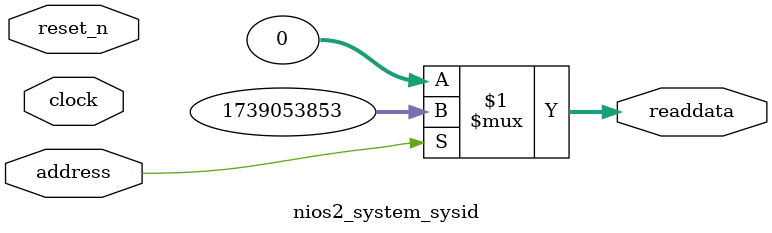
<source format=v>



// synthesis translate_off
`timescale 1ns / 1ps
// synthesis translate_on

// turn off superfluous verilog processor warnings 
// altera message_level Level1 
// altera message_off 10034 10035 10036 10037 10230 10240 10030 

module nios2_system_sysid (
               // inputs:
                address,
                clock,
                reset_n,

               // outputs:
                readdata
             )
;

  output  [ 31: 0] readdata;
  input            address;
  input            clock;
  input            reset_n;

  wire    [ 31: 0] readdata;
  //control_slave, which is an e_avalon_slave
  assign readdata = address ? 1739053853 : 0;

endmodule



</source>
